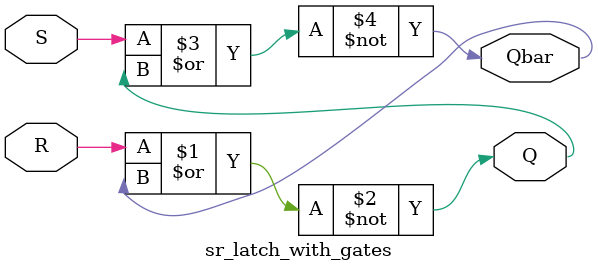
<source format=v>
module sr_latch_with_gates(input S, input R, output Q, output Qbar);
	nor(Q, R, Qbar);
	nor(Qbar, S, Q);
endmodule

</source>
